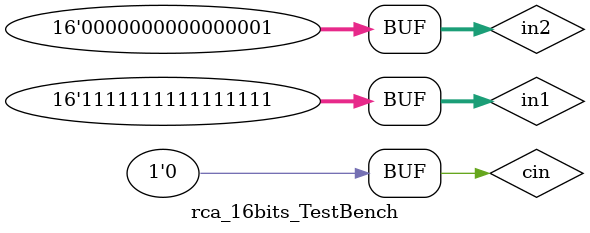
<source format=v>
`timescale 1ns / 1ps


module rca_16bits_TestBench;
	// Inputs
	reg [15:0] in1;
	reg [15:0] in2;
	reg cin;

	// Outputs
	wire [15:0] out;
	wire cout;


	// Instantiate the Unit Under Test (UUT)
	rca_16bits uut (
		.in1(in1), 
		.in2(in2), 
		.cin(cin), 
		.out(out), 
		.cout(cout)
	);

	initial begin
        
		// Add stimulus here
		$monitor ("input1 = %d, input2 = %d, carry_in = %d, sum = %d, carry_out = %d", in1, in2, cin, out, cout);
		// Initialize Inputs
		in1 = 16'd1117; in2 = 16'd232; cin = 0;
		#100;
		
		in1 = 16'd55123; in2 = 16'd6452; cin = 1;
		#100;
		
		in1 = 16'd46143; in2 = 16'd10000; cin = 0;
		#100;
		
		in1 = 16'd12; in2 = 16'd10; cin=1;
		#100
		
		in1 = 16'd65535; in2 = 16'd1; cin = 0;
		#100;

	end
      
endmodule


</source>
